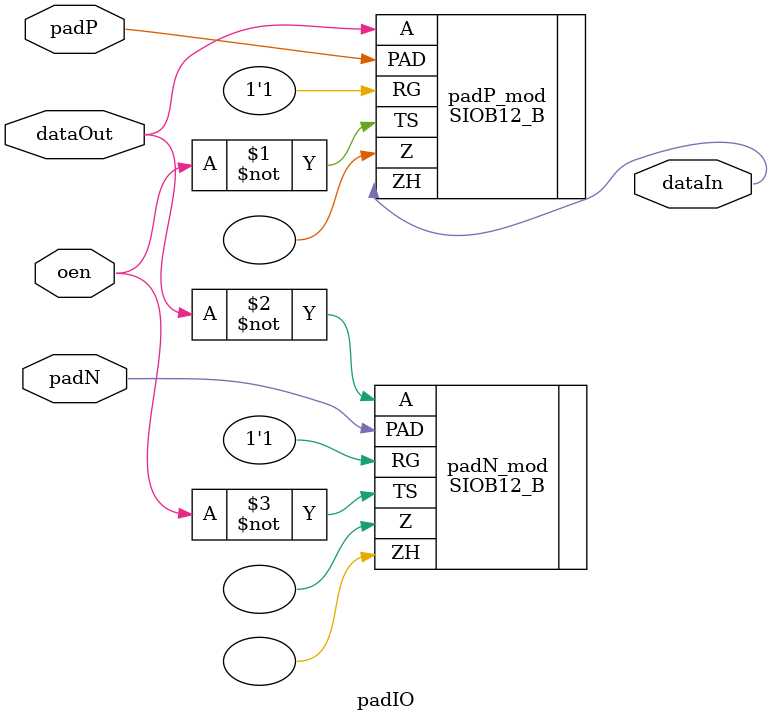
<source format=v>
`timescale 1ns/1ps
module padIO(
  oen,
  padP,
  padN,
  dataIn,
  dataOut
); 
input  oen;  //output enable active low
input dataOut;  //data to be asserted
output dataIn; //data being received
inout padP, padN;  //pad-side

////synopsys translate_off
//wire  dataIn;
//wire padP, padN;
//assign dataIn = padP;
//assign padP = oen ? 1'bz : dataOut;
//assign padN = oen ? 1'bz : !dataOut;
////synopsys translate_on

//In Verilog library below cells contains also VDD, DVDD and DVSS ports but these ports are not
//present in timing library and cause synthesis error
SIOB12_B padP_mod (.PAD(padP),.Z(),.ZH(dataIn),.A( dataOut),.RG(1'b1),.TS(~oen));
SIOB12_B padN_mod (.PAD(padN),.Z(),.ZH(),      .A(~dataOut),.RG(1'b1),.TS(~oen));

endmodule //padIO

</source>
